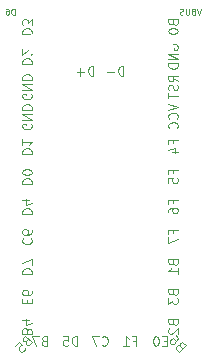
<source format=gbr>
%TF.GenerationSoftware,KiCad,Pcbnew,(6.0.1)*%
%TF.CreationDate,2022-01-23T22:32:30+01:00*%
%TF.ProjectId,pluto,706c7574-6f2e-46b6-9963-61645f706362,1.0*%
%TF.SameCoordinates,Original*%
%TF.FileFunction,Legend,Bot*%
%TF.FilePolarity,Positive*%
%FSLAX46Y46*%
G04 Gerber Fmt 4.6, Leading zero omitted, Abs format (unit mm)*
G04 Created by KiCad (PCBNEW (6.0.1)) date 2022-01-23 22:32:30*
%MOMM*%
%LPD*%
G01*
G04 APERTURE LIST*
%ADD10C,0.120000*%
%ADD11C,0.100000*%
%ADD12C,1.752600*%
%ADD13O,1.000000X2.200000*%
%ADD14O,1.000000X1.800000*%
G04 APERTURE END LIST*
D10*
%TO.C,J3*%
X100265095Y-70325476D02*
X101065095Y-70325476D01*
X101065095Y-70135000D01*
X101027000Y-70020714D01*
X100950809Y-69944523D01*
X100874619Y-69906428D01*
X100722238Y-69868333D01*
X100607952Y-69868333D01*
X100455571Y-69906428D01*
X100379380Y-69944523D01*
X100303190Y-70020714D01*
X100265095Y-70135000D01*
X100265095Y-70325476D01*
X100798428Y-69182619D02*
X100265095Y-69182619D01*
X101103190Y-69373095D02*
X100531761Y-69563571D01*
X100531761Y-69068333D01*
X101027000Y-60184523D02*
X101065095Y-60260714D01*
X101065095Y-60375000D01*
X101027000Y-60489285D01*
X100950809Y-60565476D01*
X100874619Y-60603571D01*
X100722238Y-60641666D01*
X100607952Y-60641666D01*
X100455571Y-60603571D01*
X100379380Y-60565476D01*
X100303190Y-60489285D01*
X100265095Y-60375000D01*
X100265095Y-60298809D01*
X100303190Y-60184523D01*
X100341285Y-60146428D01*
X100607952Y-60146428D01*
X100607952Y-60298809D01*
X100265095Y-59803571D02*
X101065095Y-59803571D01*
X100265095Y-59346428D01*
X101065095Y-59346428D01*
X100265095Y-58965476D02*
X101065095Y-58965476D01*
X101065095Y-58775000D01*
X101027000Y-58660714D01*
X100950809Y-58584523D01*
X100874619Y-58546428D01*
X100722238Y-58508333D01*
X100607952Y-58508333D01*
X100455571Y-58546428D01*
X100379380Y-58584523D01*
X100303190Y-58660714D01*
X100265095Y-58775000D01*
X100265095Y-58965476D01*
X113015857Y-69417533D02*
X113015857Y-69150866D01*
X113434904Y-69150866D02*
X112634904Y-69150866D01*
X112634904Y-69531819D01*
X112634904Y-70179438D02*
X112634904Y-70027057D01*
X112673000Y-69950866D01*
X112711095Y-69912771D01*
X112825380Y-69836580D01*
X112977761Y-69798485D01*
X113282523Y-69798485D01*
X113358714Y-69836580D01*
X113396809Y-69874676D01*
X113434904Y-69950866D01*
X113434904Y-70103247D01*
X113396809Y-70179438D01*
X113358714Y-70217533D01*
X113282523Y-70255628D01*
X113092047Y-70255628D01*
X113015857Y-70217533D01*
X112977761Y-70179438D01*
X112939666Y-70103247D01*
X112939666Y-69950866D01*
X112977761Y-69874676D01*
X113015857Y-69836580D01*
X113092047Y-69798485D01*
X101027000Y-62724523D02*
X101065095Y-62800714D01*
X101065095Y-62915000D01*
X101027000Y-63029285D01*
X100950809Y-63105476D01*
X100874619Y-63143571D01*
X100722238Y-63181666D01*
X100607952Y-63181666D01*
X100455571Y-63143571D01*
X100379380Y-63105476D01*
X100303190Y-63029285D01*
X100265095Y-62915000D01*
X100265095Y-62838809D01*
X100303190Y-62724523D01*
X100341285Y-62686428D01*
X100607952Y-62686428D01*
X100607952Y-62838809D01*
X100265095Y-62343571D02*
X101065095Y-62343571D01*
X100265095Y-61886428D01*
X101065095Y-61886428D01*
X100265095Y-61505476D02*
X101065095Y-61505476D01*
X101065095Y-61315000D01*
X101027000Y-61200714D01*
X100950809Y-61124523D01*
X100874619Y-61086428D01*
X100722238Y-61048333D01*
X100607952Y-61048333D01*
X100455571Y-61086428D01*
X100379380Y-61124523D01*
X100303190Y-61200714D01*
X100265095Y-61315000D01*
X100265095Y-61505476D01*
X102093809Y-81057057D02*
X101979523Y-81095152D01*
X101941428Y-81133247D01*
X101903333Y-81209438D01*
X101903333Y-81323723D01*
X101941428Y-81399914D01*
X101979523Y-81438009D01*
X102055714Y-81476104D01*
X102360476Y-81476104D01*
X102360476Y-80676104D01*
X102093809Y-80676104D01*
X102017619Y-80714200D01*
X101979523Y-80752295D01*
X101941428Y-80828485D01*
X101941428Y-80904676D01*
X101979523Y-80980866D01*
X102017619Y-81018961D01*
X102093809Y-81057057D01*
X102360476Y-81057057D01*
X101636666Y-80676104D02*
X101103333Y-80676104D01*
X101446190Y-81476104D01*
X108824761Y-58616104D02*
X108824761Y-57816104D01*
X108634285Y-57816104D01*
X108520000Y-57854200D01*
X108443809Y-57930390D01*
X108405714Y-58006580D01*
X108367619Y-58158961D01*
X108367619Y-58273247D01*
X108405714Y-58425628D01*
X108443809Y-58501819D01*
X108520000Y-58578009D01*
X108634285Y-58616104D01*
X108824761Y-58616104D01*
X108024761Y-58311342D02*
X107415238Y-58311342D01*
X104900476Y-81476104D02*
X104900476Y-80676104D01*
X104710000Y-80676104D01*
X104595714Y-80714200D01*
X104519523Y-80790390D01*
X104481428Y-80866580D01*
X104443333Y-81018961D01*
X104443333Y-81133247D01*
X104481428Y-81285628D01*
X104519523Y-81361819D01*
X104595714Y-81438009D01*
X104710000Y-81476104D01*
X104900476Y-81476104D01*
X103719523Y-80676104D02*
X104100476Y-80676104D01*
X104138571Y-81057057D01*
X104100476Y-81018961D01*
X104024285Y-80980866D01*
X103833809Y-80980866D01*
X103757619Y-81018961D01*
X103719523Y-81057057D01*
X103681428Y-81133247D01*
X103681428Y-81323723D01*
X103719523Y-81399914D01*
X103757619Y-81438009D01*
X103833809Y-81476104D01*
X104024285Y-81476104D01*
X104100476Y-81438009D01*
X104138571Y-81399914D01*
D11*
X115386666Y-52951190D02*
X115220000Y-53451190D01*
X115053333Y-52951190D01*
X114720000Y-53189285D02*
X114648571Y-53213095D01*
X114624761Y-53236904D01*
X114600952Y-53284523D01*
X114600952Y-53355952D01*
X114624761Y-53403571D01*
X114648571Y-53427380D01*
X114696190Y-53451190D01*
X114886666Y-53451190D01*
X114886666Y-52951190D01*
X114720000Y-52951190D01*
X114672380Y-52975000D01*
X114648571Y-52998809D01*
X114624761Y-53046428D01*
X114624761Y-53094047D01*
X114648571Y-53141666D01*
X114672380Y-53165476D01*
X114720000Y-53189285D01*
X114886666Y-53189285D01*
X114386666Y-52951190D02*
X114386666Y-53355952D01*
X114362857Y-53403571D01*
X114339047Y-53427380D01*
X114291428Y-53451190D01*
X114196190Y-53451190D01*
X114148571Y-53427380D01*
X114124761Y-53403571D01*
X114100952Y-53355952D01*
X114100952Y-52951190D01*
X113886666Y-53427380D02*
X113815238Y-53451190D01*
X113696190Y-53451190D01*
X113648571Y-53427380D01*
X113624761Y-53403571D01*
X113600952Y-53355952D01*
X113600952Y-53308333D01*
X113624761Y-53260714D01*
X113648571Y-53236904D01*
X113696190Y-53213095D01*
X113791428Y-53189285D01*
X113839047Y-53165476D01*
X113862857Y-53141666D01*
X113886666Y-53094047D01*
X113886666Y-53046428D01*
X113862857Y-52998809D01*
X113839047Y-52975000D01*
X113791428Y-52951190D01*
X113672380Y-52951190D01*
X113600952Y-52975000D01*
D10*
X112482380Y-81057057D02*
X112215714Y-81057057D01*
X112101428Y-81476104D02*
X112482380Y-81476104D01*
X112482380Y-80676104D01*
X112101428Y-80676104D01*
X111606190Y-80676104D02*
X111530000Y-80676104D01*
X111453809Y-80714200D01*
X111415714Y-80752295D01*
X111377619Y-80828485D01*
X111339523Y-80980866D01*
X111339523Y-81171342D01*
X111377619Y-81323723D01*
X111415714Y-81399914D01*
X111453809Y-81438009D01*
X111530000Y-81476104D01*
X111606190Y-81476104D01*
X111682380Y-81438009D01*
X111720476Y-81399914D01*
X111758571Y-81323723D01*
X111796666Y-81171342D01*
X111796666Y-80980866D01*
X111758571Y-80828485D01*
X111720476Y-80752295D01*
X111682380Y-80714200D01*
X111606190Y-80676104D01*
X100684142Y-77907380D02*
X100684142Y-77640714D01*
X100265095Y-77526428D02*
X100265095Y-77907380D01*
X101065095Y-77907380D01*
X101065095Y-77526428D01*
X101065095Y-76840714D02*
X101065095Y-76993095D01*
X101027000Y-77069285D01*
X100988904Y-77107380D01*
X100874619Y-77183571D01*
X100722238Y-77221666D01*
X100417476Y-77221666D01*
X100341285Y-77183571D01*
X100303190Y-77145476D01*
X100265095Y-77069285D01*
X100265095Y-76916904D01*
X100303190Y-76840714D01*
X100341285Y-76802619D01*
X100417476Y-76764523D01*
X100607952Y-76764523D01*
X100684142Y-76802619D01*
X100722238Y-76840714D01*
X100760333Y-76916904D01*
X100760333Y-77069285D01*
X100722238Y-77145476D01*
X100684142Y-77183571D01*
X100607952Y-77221666D01*
X113434904Y-59086104D02*
X113053952Y-58819438D01*
X113434904Y-58628961D02*
X112634904Y-58628961D01*
X112634904Y-58933723D01*
X112673000Y-59009914D01*
X112711095Y-59048009D01*
X112787285Y-59086104D01*
X112901571Y-59086104D01*
X112977761Y-59048009D01*
X113015857Y-59009914D01*
X113053952Y-58933723D01*
X113053952Y-58628961D01*
X113396809Y-59390866D02*
X113434904Y-59505152D01*
X113434904Y-59695628D01*
X113396809Y-59771819D01*
X113358714Y-59809914D01*
X113282523Y-59848009D01*
X113206333Y-59848009D01*
X113130142Y-59809914D01*
X113092047Y-59771819D01*
X113053952Y-59695628D01*
X113015857Y-59543247D01*
X112977761Y-59467057D01*
X112939666Y-59428961D01*
X112863476Y-59390866D01*
X112787285Y-59390866D01*
X112711095Y-59428961D01*
X112673000Y-59467057D01*
X112634904Y-59543247D01*
X112634904Y-59733723D01*
X112673000Y-59848009D01*
X112634904Y-60076580D02*
X112634904Y-60533723D01*
X113434904Y-60305152D02*
X112634904Y-60305152D01*
X113015857Y-74440390D02*
X113053952Y-74554676D01*
X113092047Y-74592771D01*
X113168238Y-74630866D01*
X113282523Y-74630866D01*
X113358714Y-74592771D01*
X113396809Y-74554676D01*
X113434904Y-74478485D01*
X113434904Y-74173723D01*
X112634904Y-74173723D01*
X112634904Y-74440390D01*
X112673000Y-74516580D01*
X112711095Y-74554676D01*
X112787285Y-74592771D01*
X112863476Y-74592771D01*
X112939666Y-74554676D01*
X112977761Y-74516580D01*
X113015857Y-74440390D01*
X113015857Y-74173723D01*
X113434904Y-75392771D02*
X113434904Y-74935628D01*
X113434904Y-75164200D02*
X112634904Y-75164200D01*
X112749190Y-75088009D01*
X112825380Y-75011819D01*
X112863476Y-74935628D01*
X100265095Y-67785476D02*
X101065095Y-67785476D01*
X101065095Y-67595000D01*
X101027000Y-67480714D01*
X100950809Y-67404523D01*
X100874619Y-67366428D01*
X100722238Y-67328333D01*
X100607952Y-67328333D01*
X100455571Y-67366428D01*
X100379380Y-67404523D01*
X100303190Y-67480714D01*
X100265095Y-67595000D01*
X100265095Y-67785476D01*
X101065095Y-66833095D02*
X101065095Y-66756904D01*
X101027000Y-66680714D01*
X100988904Y-66642619D01*
X100912714Y-66604523D01*
X100760333Y-66566428D01*
X100569857Y-66566428D01*
X100417476Y-66604523D01*
X100341285Y-66642619D01*
X100303190Y-66680714D01*
X100265095Y-66756904D01*
X100265095Y-66833095D01*
X100303190Y-66909285D01*
X100341285Y-66947380D01*
X100417476Y-66985476D01*
X100569857Y-67023571D01*
X100760333Y-67023571D01*
X100912714Y-66985476D01*
X100988904Y-66947380D01*
X101027000Y-66909285D01*
X101065095Y-66833095D01*
X113015857Y-76980390D02*
X113053952Y-77094676D01*
X113092047Y-77132771D01*
X113168238Y-77170866D01*
X113282523Y-77170866D01*
X113358714Y-77132771D01*
X113396809Y-77094676D01*
X113434904Y-77018485D01*
X113434904Y-76713723D01*
X112634904Y-76713723D01*
X112634904Y-76980390D01*
X112673000Y-77056580D01*
X112711095Y-77094676D01*
X112787285Y-77132771D01*
X112863476Y-77132771D01*
X112939666Y-77094676D01*
X112977761Y-77056580D01*
X113015857Y-76980390D01*
X113015857Y-76713723D01*
X112634904Y-77437533D02*
X112634904Y-77932771D01*
X112939666Y-77666104D01*
X112939666Y-77780390D01*
X112977761Y-77856580D01*
X113015857Y-77894676D01*
X113092047Y-77932771D01*
X113282523Y-77932771D01*
X113358714Y-77894676D01*
X113396809Y-77856580D01*
X113434904Y-77780390D01*
X113434904Y-77551819D01*
X113396809Y-77475628D01*
X113358714Y-77437533D01*
X113624002Y-81508190D02*
X113516253Y-81454315D01*
X113462378Y-81454315D01*
X113381566Y-81481253D01*
X113300754Y-81562065D01*
X113273816Y-81642877D01*
X113273816Y-81696752D01*
X113300754Y-81777564D01*
X113516253Y-81993063D01*
X114081938Y-81427378D01*
X113893376Y-81238816D01*
X113812564Y-81211879D01*
X113758689Y-81211879D01*
X113677877Y-81238816D01*
X113624002Y-81292691D01*
X113597065Y-81373503D01*
X113597065Y-81427378D01*
X113624002Y-81508190D01*
X113812564Y-81696752D01*
X113273816Y-80619256D02*
X113381566Y-80727006D01*
X113408503Y-80807818D01*
X113408503Y-80861693D01*
X113381566Y-80996380D01*
X113300754Y-81131067D01*
X113085254Y-81346566D01*
X113004442Y-81373503D01*
X112950567Y-81373503D01*
X112869755Y-81346566D01*
X112762006Y-81238816D01*
X112735068Y-81158004D01*
X112735068Y-81104129D01*
X112762006Y-81023317D01*
X112896693Y-80888630D01*
X112977505Y-80861693D01*
X113031380Y-80861693D01*
X113112192Y-80888630D01*
X113219941Y-80996380D01*
X113246879Y-81077192D01*
X113246879Y-81131067D01*
X113219941Y-81211879D01*
X100584732Y-81101054D02*
X100530858Y-81208804D01*
X100530858Y-81262679D01*
X100557795Y-81343491D01*
X100638607Y-81424303D01*
X100719419Y-81451241D01*
X100773294Y-81451241D01*
X100854106Y-81424303D01*
X101069606Y-81208804D01*
X100503920Y-80643119D01*
X100315358Y-80831680D01*
X100288421Y-80912493D01*
X100288421Y-80966367D01*
X100315358Y-81047180D01*
X100369233Y-81101054D01*
X100450045Y-81127992D01*
X100503920Y-81127992D01*
X100584732Y-81101054D01*
X100773294Y-80912493D01*
X99668861Y-81478178D02*
X99938235Y-81208804D01*
X100234546Y-81451241D01*
X100180671Y-81451241D01*
X100099859Y-81478178D01*
X99965172Y-81612865D01*
X99938235Y-81693677D01*
X99938235Y-81747552D01*
X99965172Y-81828364D01*
X100099859Y-81963051D01*
X100180671Y-81989989D01*
X100234546Y-81989989D01*
X100315358Y-81963051D01*
X100450045Y-81828364D01*
X100476983Y-81747552D01*
X100476983Y-81693677D01*
X109656666Y-81057057D02*
X109923333Y-81057057D01*
X109923333Y-81476104D02*
X109923333Y-80676104D01*
X109542380Y-80676104D01*
X108818571Y-81476104D02*
X109275714Y-81476104D01*
X109047142Y-81476104D02*
X109047142Y-80676104D01*
X109123333Y-80790390D01*
X109199523Y-80866580D01*
X109275714Y-80904676D01*
X106284761Y-58616104D02*
X106284761Y-57816104D01*
X106094285Y-57816104D01*
X105980000Y-57854200D01*
X105903809Y-57930390D01*
X105865714Y-58006580D01*
X105827619Y-58158961D01*
X105827619Y-58273247D01*
X105865714Y-58425628D01*
X105903809Y-58501819D01*
X105980000Y-58578009D01*
X106094285Y-58616104D01*
X106284761Y-58616104D01*
X105484761Y-58311342D02*
X104875238Y-58311342D01*
X105180000Y-58616104D02*
X105180000Y-58006580D01*
X113015857Y-71957533D02*
X113015857Y-71690866D01*
X113434904Y-71690866D02*
X112634904Y-71690866D01*
X112634904Y-72071819D01*
X112634904Y-72300390D02*
X112634904Y-72833723D01*
X113434904Y-72490866D01*
X100265095Y-57625476D02*
X101065095Y-57625476D01*
X101065095Y-57435000D01*
X101027000Y-57320714D01*
X100950809Y-57244523D01*
X100874619Y-57206428D01*
X100722238Y-57168333D01*
X100607952Y-57168333D01*
X100455571Y-57206428D01*
X100379380Y-57244523D01*
X100303190Y-57320714D01*
X100265095Y-57435000D01*
X100265095Y-57625476D01*
X100988904Y-56863571D02*
X101027000Y-56825476D01*
X101065095Y-56749285D01*
X101065095Y-56558809D01*
X101027000Y-56482619D01*
X100988904Y-56444523D01*
X100912714Y-56406428D01*
X100836523Y-56406428D01*
X100722238Y-56444523D01*
X100265095Y-56901666D01*
X100265095Y-56406428D01*
X113015857Y-66877533D02*
X113015857Y-66610866D01*
X113434904Y-66610866D02*
X112634904Y-66610866D01*
X112634904Y-66991819D01*
X112634904Y-67677533D02*
X112634904Y-67296580D01*
X113015857Y-67258485D01*
X112977761Y-67296580D01*
X112939666Y-67372771D01*
X112939666Y-67563247D01*
X112977761Y-67639438D01*
X113015857Y-67677533D01*
X113092047Y-67715628D01*
X113282523Y-67715628D01*
X113358714Y-67677533D01*
X113396809Y-67639438D01*
X113434904Y-67563247D01*
X113434904Y-67372771D01*
X113396809Y-67296580D01*
X113358714Y-67258485D01*
X112673000Y-56374676D02*
X112634904Y-56298485D01*
X112634904Y-56184200D01*
X112673000Y-56069914D01*
X112749190Y-55993723D01*
X112825380Y-55955628D01*
X112977761Y-55917533D01*
X113092047Y-55917533D01*
X113244428Y-55955628D01*
X113320619Y-55993723D01*
X113396809Y-56069914D01*
X113434904Y-56184200D01*
X113434904Y-56260390D01*
X113396809Y-56374676D01*
X113358714Y-56412771D01*
X113092047Y-56412771D01*
X113092047Y-56260390D01*
X113434904Y-56755628D02*
X112634904Y-56755628D01*
X113434904Y-57212771D01*
X112634904Y-57212771D01*
X113434904Y-57593723D02*
X112634904Y-57593723D01*
X112634904Y-57784200D01*
X112673000Y-57898485D01*
X112749190Y-57974676D01*
X112825380Y-58012771D01*
X112977761Y-58050866D01*
X113092047Y-58050866D01*
X113244428Y-58012771D01*
X113320619Y-57974676D01*
X113396809Y-57898485D01*
X113434904Y-57784200D01*
X113434904Y-57593723D01*
X112634904Y-60997533D02*
X113434904Y-61264200D01*
X112634904Y-61530866D01*
X113358714Y-62254676D02*
X113396809Y-62216580D01*
X113434904Y-62102295D01*
X113434904Y-62026104D01*
X113396809Y-61911819D01*
X113320619Y-61835628D01*
X113244428Y-61797533D01*
X113092047Y-61759438D01*
X112977761Y-61759438D01*
X112825380Y-61797533D01*
X112749190Y-61835628D01*
X112673000Y-61911819D01*
X112634904Y-62026104D01*
X112634904Y-62102295D01*
X112673000Y-62216580D01*
X112711095Y-62254676D01*
X113358714Y-63054676D02*
X113396809Y-63016580D01*
X113434904Y-62902295D01*
X113434904Y-62826104D01*
X113396809Y-62711819D01*
X113320619Y-62635628D01*
X113244428Y-62597533D01*
X113092047Y-62559438D01*
X112977761Y-62559438D01*
X112825380Y-62597533D01*
X112749190Y-62635628D01*
X112673000Y-62711819D01*
X112634904Y-62826104D01*
X112634904Y-62902295D01*
X112673000Y-63016580D01*
X112711095Y-63054676D01*
X100265095Y-65245476D02*
X101065095Y-65245476D01*
X101065095Y-65055000D01*
X101027000Y-64940714D01*
X100950809Y-64864523D01*
X100874619Y-64826428D01*
X100722238Y-64788333D01*
X100607952Y-64788333D01*
X100455571Y-64826428D01*
X100379380Y-64864523D01*
X100303190Y-64940714D01*
X100265095Y-65055000D01*
X100265095Y-65245476D01*
X100265095Y-64026428D02*
X100265095Y-64483571D01*
X100265095Y-64255000D02*
X101065095Y-64255000D01*
X100950809Y-64331190D01*
X100874619Y-64407380D01*
X100836523Y-64483571D01*
X100265095Y-55085476D02*
X101065095Y-55085476D01*
X101065095Y-54895000D01*
X101027000Y-54780714D01*
X100950809Y-54704523D01*
X100874619Y-54666428D01*
X100722238Y-54628333D01*
X100607952Y-54628333D01*
X100455571Y-54666428D01*
X100379380Y-54704523D01*
X100303190Y-54780714D01*
X100265095Y-54895000D01*
X100265095Y-55085476D01*
X101065095Y-54361666D02*
X101065095Y-53866428D01*
X100760333Y-54133095D01*
X100760333Y-54018809D01*
X100722238Y-53942619D01*
X100684142Y-53904523D01*
X100607952Y-53866428D01*
X100417476Y-53866428D01*
X100341285Y-53904523D01*
X100303190Y-53942619D01*
X100265095Y-54018809D01*
X100265095Y-54247380D01*
X100303190Y-54323571D01*
X100341285Y-54361666D01*
X113015857Y-64337533D02*
X113015857Y-64070866D01*
X113434904Y-64070866D02*
X112634904Y-64070866D01*
X112634904Y-64451819D01*
X112901571Y-65099438D02*
X113434904Y-65099438D01*
X112596809Y-64908961D02*
X113168238Y-64718485D01*
X113168238Y-65213723D01*
D11*
X99599047Y-53451190D02*
X99599047Y-52951190D01*
X99480000Y-52951190D01*
X99408571Y-52975000D01*
X99360952Y-53022619D01*
X99337142Y-53070238D01*
X99313333Y-53165476D01*
X99313333Y-53236904D01*
X99337142Y-53332142D01*
X99360952Y-53379761D01*
X99408571Y-53427380D01*
X99480000Y-53451190D01*
X99599047Y-53451190D01*
X98884761Y-52951190D02*
X98980000Y-52951190D01*
X99027619Y-52975000D01*
X99051428Y-52998809D01*
X99099047Y-53070238D01*
X99122857Y-53165476D01*
X99122857Y-53355952D01*
X99099047Y-53403571D01*
X99075238Y-53427380D01*
X99027619Y-53451190D01*
X98932380Y-53451190D01*
X98884761Y-53427380D01*
X98860952Y-53403571D01*
X98837142Y-53355952D01*
X98837142Y-53236904D01*
X98860952Y-53189285D01*
X98884761Y-53165476D01*
X98932380Y-53141666D01*
X99027619Y-53141666D01*
X99075238Y-53165476D01*
X99099047Y-53189285D01*
X99122857Y-53236904D01*
D10*
X113015857Y-54120390D02*
X113053952Y-54234676D01*
X113092047Y-54272771D01*
X113168238Y-54310866D01*
X113282523Y-54310866D01*
X113358714Y-54272771D01*
X113396809Y-54234676D01*
X113434904Y-54158485D01*
X113434904Y-53853723D01*
X112634904Y-53853723D01*
X112634904Y-54120390D01*
X112673000Y-54196580D01*
X112711095Y-54234676D01*
X112787285Y-54272771D01*
X112863476Y-54272771D01*
X112939666Y-54234676D01*
X112977761Y-54196580D01*
X113015857Y-54120390D01*
X113015857Y-53853723D01*
X112634904Y-54806104D02*
X112634904Y-54882295D01*
X112673000Y-54958485D01*
X112711095Y-54996580D01*
X112787285Y-55034676D01*
X112939666Y-55072771D01*
X113130142Y-55072771D01*
X113282523Y-55034676D01*
X113358714Y-54996580D01*
X113396809Y-54958485D01*
X113434904Y-54882295D01*
X113434904Y-54806104D01*
X113396809Y-54729914D01*
X113358714Y-54691819D01*
X113282523Y-54653723D01*
X113130142Y-54615628D01*
X112939666Y-54615628D01*
X112787285Y-54653723D01*
X112711095Y-54691819D01*
X112673000Y-54729914D01*
X112634904Y-54806104D01*
X106983333Y-81399914D02*
X107021428Y-81438009D01*
X107135714Y-81476104D01*
X107211904Y-81476104D01*
X107326190Y-81438009D01*
X107402380Y-81361819D01*
X107440476Y-81285628D01*
X107478571Y-81133247D01*
X107478571Y-81018961D01*
X107440476Y-80866580D01*
X107402380Y-80790390D01*
X107326190Y-80714200D01*
X107211904Y-80676104D01*
X107135714Y-80676104D01*
X107021428Y-80714200D01*
X106983333Y-80752295D01*
X106716666Y-80676104D02*
X106183333Y-80676104D01*
X106526190Y-81476104D01*
X100341285Y-72408333D02*
X100303190Y-72446428D01*
X100265095Y-72560714D01*
X100265095Y-72636904D01*
X100303190Y-72751190D01*
X100379380Y-72827380D01*
X100455571Y-72865476D01*
X100607952Y-72903571D01*
X100722238Y-72903571D01*
X100874619Y-72865476D01*
X100950809Y-72827380D01*
X101027000Y-72751190D01*
X101065095Y-72636904D01*
X101065095Y-72560714D01*
X101027000Y-72446428D01*
X100988904Y-72408333D01*
X101065095Y-71722619D02*
X101065095Y-71875000D01*
X101027000Y-71951190D01*
X100988904Y-71989285D01*
X100874619Y-72065476D01*
X100722238Y-72103571D01*
X100417476Y-72103571D01*
X100341285Y-72065476D01*
X100303190Y-72027380D01*
X100265095Y-71951190D01*
X100265095Y-71798809D01*
X100303190Y-71722619D01*
X100341285Y-71684523D01*
X100417476Y-71646428D01*
X100607952Y-71646428D01*
X100684142Y-71684523D01*
X100722238Y-71722619D01*
X100760333Y-71798809D01*
X100760333Y-71951190D01*
X100722238Y-72027380D01*
X100684142Y-72065476D01*
X100607952Y-72103571D01*
X100265095Y-75405476D02*
X101065095Y-75405476D01*
X101065095Y-75215000D01*
X101027000Y-75100714D01*
X100950809Y-75024523D01*
X100874619Y-74986428D01*
X100722238Y-74948333D01*
X100607952Y-74948333D01*
X100455571Y-74986428D01*
X100379380Y-75024523D01*
X100303190Y-75100714D01*
X100265095Y-75215000D01*
X100265095Y-75405476D01*
X101065095Y-74681666D02*
X101065095Y-74148333D01*
X100265095Y-74491190D01*
X100684142Y-80218809D02*
X100646047Y-80104523D01*
X100607952Y-80066428D01*
X100531761Y-80028333D01*
X100417476Y-80028333D01*
X100341285Y-80066428D01*
X100303190Y-80104523D01*
X100265095Y-80180714D01*
X100265095Y-80485476D01*
X101065095Y-80485476D01*
X101065095Y-80218809D01*
X101027000Y-80142619D01*
X100988904Y-80104523D01*
X100912714Y-80066428D01*
X100836523Y-80066428D01*
X100760333Y-80104523D01*
X100722238Y-80142619D01*
X100684142Y-80218809D01*
X100684142Y-80485476D01*
X100798428Y-79342619D02*
X100265095Y-79342619D01*
X101103190Y-79533095D02*
X100531761Y-79723571D01*
X100531761Y-79228333D01*
X113015857Y-79520390D02*
X113053952Y-79634676D01*
X113092047Y-79672771D01*
X113168238Y-79710866D01*
X113282523Y-79710866D01*
X113358714Y-79672771D01*
X113396809Y-79634676D01*
X113434904Y-79558485D01*
X113434904Y-79253723D01*
X112634904Y-79253723D01*
X112634904Y-79520390D01*
X112673000Y-79596580D01*
X112711095Y-79634676D01*
X112787285Y-79672771D01*
X112863476Y-79672771D01*
X112939666Y-79634676D01*
X112977761Y-79596580D01*
X113015857Y-79520390D01*
X113015857Y-79253723D01*
X112711095Y-80015628D02*
X112673000Y-80053723D01*
X112634904Y-80129914D01*
X112634904Y-80320390D01*
X112673000Y-80396580D01*
X112711095Y-80434676D01*
X112787285Y-80472771D01*
X112863476Y-80472771D01*
X112977761Y-80434676D01*
X113434904Y-79977533D01*
X113434904Y-80472771D01*
%TD*%
%LPC*%
D12*
%TO.C,J3*%
X105580000Y-59575000D03*
X108120000Y-59575000D03*
X114470000Y-51955000D03*
X114470000Y-54495000D03*
X114470000Y-57035000D03*
X114470000Y-59575000D03*
X114470000Y-62115000D03*
X114470000Y-64655000D03*
X114470000Y-67195000D03*
X114470000Y-69735000D03*
X114470000Y-72275000D03*
X114470000Y-74815000D03*
X114470000Y-77355000D03*
X114470000Y-79895000D03*
X114470000Y-82435000D03*
X111930000Y-82435000D03*
X109390000Y-82435000D03*
X106850000Y-82435000D03*
X104310000Y-82435000D03*
X101770000Y-82435000D03*
X99230000Y-82435000D03*
X99230000Y-79895000D03*
X99230000Y-77355000D03*
X99230000Y-74815000D03*
X99230000Y-72275000D03*
X99230000Y-69735000D03*
X99230000Y-67195000D03*
X99230000Y-64655000D03*
X99230000Y-62115000D03*
X99230000Y-59575000D03*
X99230000Y-57035000D03*
X99230000Y-54495000D03*
X99230000Y-51955000D03*
%TD*%
D13*
%TO.C,J1*%
X112470000Y-51935000D03*
X101230000Y-51935000D03*
D14*
X101230000Y-55935000D03*
X112470000Y-55935000D03*
%TD*%
M02*

</source>
